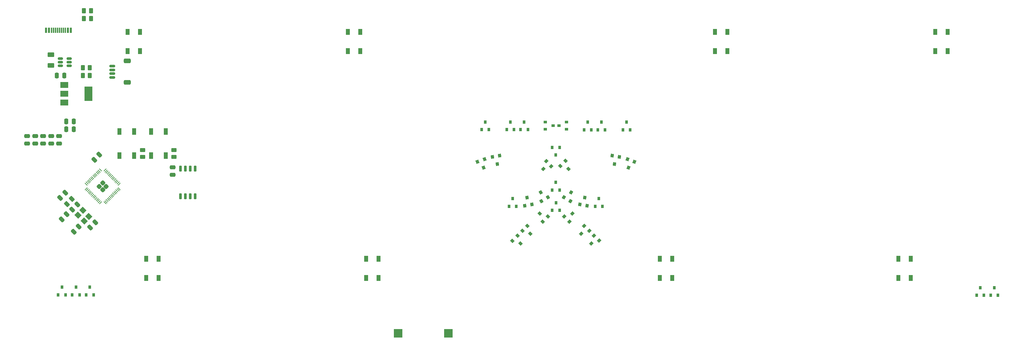
<source format=gbr>
G04 #@! TF.GenerationSoftware,KiCad,Pcbnew,(6.0.7)*
G04 #@! TF.CreationDate,2022-09-06T15:46:34+02:00*
G04 #@! TF.ProjectId,plain60-flex-edition,706c6169-6e36-4302-9d66-6c65782d6564,rev?*
G04 #@! TF.SameCoordinates,Original*
G04 #@! TF.FileFunction,Paste,Bot*
G04 #@! TF.FilePolarity,Positive*
%FSLAX46Y46*%
G04 Gerber Fmt 4.6, Leading zero omitted, Abs format (unit mm)*
G04 Created by KiCad (PCBNEW (6.0.7)) date 2022-09-06 15:46:34*
%MOMM*%
%LPD*%
G01*
G04 APERTURE LIST*
G04 Aperture macros list*
%AMRoundRect*
0 Rectangle with rounded corners*
0 $1 Rounding radius*
0 $2 $3 $4 $5 $6 $7 $8 $9 X,Y pos of 4 corners*
0 Add a 4 corners polygon primitive as box body*
4,1,4,$2,$3,$4,$5,$6,$7,$8,$9,$2,$3,0*
0 Add four circle primitives for the rounded corners*
1,1,$1+$1,$2,$3*
1,1,$1+$1,$4,$5*
1,1,$1+$1,$6,$7*
1,1,$1+$1,$8,$9*
0 Add four rect primitives between the rounded corners*
20,1,$1+$1,$2,$3,$4,$5,0*
20,1,$1+$1,$4,$5,$6,$7,0*
20,1,$1+$1,$6,$7,$8,$9,0*
20,1,$1+$1,$8,$9,$2,$3,0*%
%AMRotRect*
0 Rectangle, with rotation*
0 The origin of the aperture is its center*
0 $1 length*
0 $2 width*
0 $3 Rotation angle, in degrees counterclockwise*
0 Add horizontal line*
21,1,$1,$2,0,0,$3*%
G04 Aperture macros list end*
%ADD10R,0.800000X0.900000*%
%ADD11RoundRect,0.250000X-0.262500X-0.450000X0.262500X-0.450000X0.262500X0.450000X-0.262500X0.450000X0*%
%ADD12R,1.000000X1.700000*%
%ADD13RoundRect,0.250000X-0.159099X0.512652X-0.512652X0.159099X0.159099X-0.512652X0.512652X-0.159099X0*%
%ADD14RotRect,0.900000X0.800000X120.000000*%
%ADD15RotRect,0.900000X0.800000X250.000000*%
%ADD16RoundRect,0.250000X0.250000X0.475000X-0.250000X0.475000X-0.250000X-0.475000X0.250000X-0.475000X0*%
%ADD17RotRect,0.900000X0.800000X225.000000*%
%ADD18R,1.000000X1.600000*%
%ADD19RoundRect,0.250000X0.159099X-0.512652X0.512652X-0.159099X-0.159099X0.512652X-0.512652X0.159099X0*%
%ADD20RotRect,0.900000X0.800000X60.000000*%
%ADD21RoundRect,0.250000X-0.450000X0.262500X-0.450000X-0.262500X0.450000X-0.262500X0.450000X0.262500X0*%
%ADD22RotRect,0.900000X0.800000X280.000000*%
%ADD23RotRect,0.900000X0.800000X315.000000*%
%ADD24RoundRect,0.250000X0.450000X-0.262500X0.450000X0.262500X-0.450000X0.262500X-0.450000X-0.262500X0*%
%ADD25R,0.900000X0.800000*%
%ADD26RotRect,0.900000X0.800000X45.000000*%
%ADD27RotRect,0.900000X0.800000X260.000000*%
%ADD28RotRect,1.400000X1.200000X315.000000*%
%ADD29RotRect,0.900000X0.800000X290.000000*%
%ADD30RoundRect,0.150000X-0.150000X0.650000X-0.150000X-0.650000X0.150000X-0.650000X0.150000X0.650000X0*%
%ADD31RoundRect,0.150000X-0.625000X0.150000X-0.625000X-0.150000X0.625000X-0.150000X0.625000X0.150000X0*%
%ADD32RoundRect,0.250000X-0.650000X0.350000X-0.650000X-0.350000X0.650000X-0.350000X0.650000X0.350000X0*%
%ADD33RoundRect,0.250000X0.475000X-0.250000X0.475000X0.250000X-0.475000X0.250000X-0.475000X-0.250000X0*%
%ADD34R,2.000000X1.500000*%
%ADD35R,2.000000X3.800000*%
%ADD36RoundRect,0.250000X-0.625000X0.375000X-0.625000X-0.375000X0.625000X-0.375000X0.625000X0.375000X0*%
%ADD37RoundRect,0.250000X0.413257X0.000000X0.000000X0.413257X-0.413257X0.000000X0.000000X-0.413257X0*%
%ADD38RoundRect,0.050000X0.309359X-0.238649X-0.238649X0.309359X-0.309359X0.238649X0.238649X-0.309359X0*%
%ADD39RoundRect,0.050000X0.309359X0.238649X0.238649X0.309359X-0.309359X-0.238649X-0.238649X-0.309359X0*%
%ADD40RoundRect,0.150000X0.512500X0.150000X-0.512500X0.150000X-0.512500X-0.150000X0.512500X-0.150000X0*%
%ADD41RotRect,0.900000X0.800000X100.000000*%
%ADD42RoundRect,0.250000X-0.132583X0.503814X-0.503814X0.132583X0.132583X-0.503814X0.503814X-0.132583X0*%
%ADD43R,0.600000X1.450000*%
%ADD44R,0.300000X1.450000*%
%ADD45RotRect,0.900000X0.800000X135.000000*%
%ADD46RotRect,0.900000X0.800000X80.000000*%
%ADD47R,2.300000X2.300000*%
G04 APERTURE END LIST*
D10*
X258700000Y-76010000D03*
X256800000Y-76010000D03*
X257750000Y-74010000D03*
D11*
X25176787Y-2000061D03*
X27001787Y-2000061D03*
D12*
X34390000Y-39680000D03*
X34390000Y-33380000D03*
X38190000Y-33380000D03*
X38190000Y-39680000D03*
D13*
X23501751Y-52378249D03*
X22158249Y-53721751D03*
D10*
X146690000Y-37530000D03*
X148590000Y-37530000D03*
X147640000Y-39530000D03*
D14*
X145562724Y-50531025D03*
X143917276Y-51481025D03*
X143740000Y-49273975D03*
D15*
X166259312Y-40585388D03*
X168044728Y-41235227D03*
X166467980Y-42789693D03*
D16*
X22540000Y-30750000D03*
X20640000Y-30750000D03*
D10*
X137380000Y-52860000D03*
X135480000Y-52860000D03*
X136430000Y-50860000D03*
D17*
X157540355Y-60455892D03*
X158883858Y-61799395D03*
X156797893Y-62541857D03*
D18*
X239740000Y-71520061D03*
X236540000Y-71520061D03*
X236540000Y-66520061D03*
X239740000Y-66520061D03*
D12*
X42610000Y-39700000D03*
X42610000Y-33400000D03*
X46410000Y-39700000D03*
X46410000Y-33400000D03*
D10*
X159730000Y-52860000D03*
X157830000Y-52860000D03*
X158780000Y-50860000D03*
D19*
X26778249Y-58341751D03*
X28121751Y-56998249D03*
D10*
X262370000Y-76010000D03*
X260470000Y-76010000D03*
X261420000Y-74010000D03*
D19*
X22518249Y-59441751D03*
X23861751Y-58098249D03*
D20*
X151392724Y-51481025D03*
X149747276Y-50531025D03*
X151570000Y-49273975D03*
D16*
X20070000Y-18800000D03*
X18170000Y-18800000D03*
D10*
X166915000Y-32934750D03*
X165015000Y-32934750D03*
X165965000Y-30934750D03*
D21*
X48580000Y-38217500D03*
X48580000Y-40042500D03*
D18*
X36500000Y-7500000D03*
X39700000Y-7500000D03*
X39700000Y-12500000D03*
X36500000Y-12500000D03*
D22*
X131180784Y-40030158D03*
X133051919Y-39700226D03*
X132463648Y-41834808D03*
D23*
X138931142Y-59254645D03*
X140274645Y-57911142D03*
X141017107Y-59997107D03*
D11*
X24906787Y-16770061D03*
X26731787Y-16770061D03*
D24*
X40420000Y-40032500D03*
X40420000Y-38207500D03*
D13*
X20361751Y-49288249D03*
X19018249Y-50631751D03*
D18*
X177809287Y-71520061D03*
X174609287Y-71520061D03*
X174609287Y-66520061D03*
X177809287Y-66520061D03*
D25*
X150425000Y-30924750D03*
X150425000Y-32824750D03*
X148425000Y-31874750D03*
D23*
X136386142Y-61809395D03*
X137729645Y-60465892D03*
X138472107Y-62551857D03*
D11*
X25196787Y-4060061D03*
X27021787Y-4060061D03*
D26*
X151144645Y-56818858D03*
X149801142Y-55475355D03*
X151887107Y-54732893D03*
D10*
X160415000Y-32934750D03*
X158515000Y-32934750D03*
X159465000Y-30934750D03*
D27*
X162228081Y-39700226D03*
X164099216Y-40030158D03*
X162816352Y-41834808D03*
D11*
X24916787Y-18800061D03*
X26741787Y-18800061D03*
D10*
X27680000Y-75890000D03*
X25780000Y-75890000D03*
X26730000Y-73890000D03*
D28*
X24893223Y-53921142D03*
X26448858Y-55476777D03*
X25246777Y-56678858D03*
X23691142Y-55123223D03*
D29*
X127325272Y-41235227D03*
X129110688Y-40585388D03*
X128902020Y-42789693D03*
D18*
X44570000Y-71520000D03*
X41370000Y-71520000D03*
X41370000Y-66520000D03*
X44570000Y-66520000D03*
D30*
X50265000Y-43050000D03*
X51535000Y-43050000D03*
X52805000Y-43050000D03*
X54075000Y-43050000D03*
X54075000Y-50250000D03*
X52805000Y-50250000D03*
X51535000Y-50250000D03*
X50265000Y-50250000D03*
D10*
X20420000Y-75900000D03*
X18520000Y-75900000D03*
X19470000Y-73900000D03*
D18*
X101620000Y-71520061D03*
X98420000Y-71520061D03*
X98420000Y-66520061D03*
X101620000Y-66520061D03*
D16*
X22540000Y-32780000D03*
X20640000Y-32780000D03*
D18*
X188900000Y-7500000D03*
X192100000Y-7500000D03*
X192100000Y-12500000D03*
X188900000Y-12500000D03*
D31*
X32585000Y-16354750D03*
X32585000Y-17354750D03*
X32585000Y-18354750D03*
X32585000Y-19354750D03*
D32*
X36460000Y-15054750D03*
X36460000Y-20654750D03*
D33*
X10470000Y-36490000D03*
X10470000Y-34590000D03*
X48240000Y-44640000D03*
X48240000Y-42740000D03*
X12540000Y-36490000D03*
X12540000Y-34590000D03*
D10*
X148600000Y-53910000D03*
X146700000Y-53910000D03*
X147650000Y-51910000D03*
D33*
X18780000Y-36490000D03*
X18780000Y-34590000D03*
X16700000Y-36500000D03*
X16700000Y-34600000D03*
D34*
X20070000Y-25850000D03*
X20070000Y-23550000D03*
D35*
X26370000Y-23550000D03*
D34*
X20070000Y-21250000D03*
D36*
X16589287Y-13390061D03*
X16589287Y-16190061D03*
D18*
X246050000Y-7510000D03*
X249250000Y-7510000D03*
X249250000Y-12510000D03*
X246050000Y-12510000D03*
D37*
X30050000Y-48581561D03*
X29148439Y-47680000D03*
X30951561Y-47680000D03*
X30050000Y-46778439D03*
D38*
X34319157Y-48272202D03*
X34036314Y-48555045D03*
X33753472Y-48837887D03*
X33470629Y-49120730D03*
X33187786Y-49403573D03*
X32904944Y-49686415D03*
X32622101Y-49969258D03*
X32339258Y-50252101D03*
X32056415Y-50534944D03*
X31773573Y-50817786D03*
X31490730Y-51100629D03*
X31207887Y-51383472D03*
X30925045Y-51666314D03*
X30642202Y-51949157D03*
D39*
X29457798Y-51949157D03*
X29174955Y-51666314D03*
X28892113Y-51383472D03*
X28609270Y-51100629D03*
X28326427Y-50817786D03*
X28043585Y-50534944D03*
X27760742Y-50252101D03*
X27477899Y-49969258D03*
X27195056Y-49686415D03*
X26912214Y-49403573D03*
X26629371Y-49120730D03*
X26346528Y-48837887D03*
X26063686Y-48555045D03*
X25780843Y-48272202D03*
D38*
X25780843Y-47087798D03*
X26063686Y-46804955D03*
X26346528Y-46522113D03*
X26629371Y-46239270D03*
X26912214Y-45956427D03*
X27195056Y-45673585D03*
X27477899Y-45390742D03*
X27760742Y-45107899D03*
X28043585Y-44825056D03*
X28326427Y-44542214D03*
X28609270Y-44259371D03*
X28892113Y-43976528D03*
X29174955Y-43693686D03*
X29457798Y-43410843D03*
D39*
X30642202Y-43410843D03*
X30925045Y-43693686D03*
X31207887Y-43976528D03*
X31490730Y-44259371D03*
X31773573Y-44542214D03*
X32056415Y-44825056D03*
X32339258Y-45107899D03*
X32622101Y-45390742D03*
X32904944Y-45673585D03*
X33187786Y-45956427D03*
X33470629Y-46239270D03*
X33753472Y-46522113D03*
X34036314Y-46804955D03*
X34319157Y-47087798D03*
D40*
X21386787Y-14400061D03*
X21386787Y-15350061D03*
X21386787Y-16300061D03*
X19111787Y-16300061D03*
X19111787Y-15350061D03*
X19111787Y-14400061D03*
D10*
X24060000Y-75900000D03*
X22160000Y-75900000D03*
X23110000Y-73900000D03*
X148580000Y-48620000D03*
X146680000Y-48620000D03*
X147630000Y-46620000D03*
D17*
X154975355Y-57911142D03*
X156318858Y-59254645D03*
X154232893Y-59997107D03*
D41*
X141429216Y-52359842D03*
X139558081Y-52689774D03*
X140146352Y-50555192D03*
D42*
X22035235Y-50954765D03*
X20744765Y-52245235D03*
D43*
X15329287Y-7085061D03*
X16129287Y-7085061D03*
D44*
X17329287Y-7085061D03*
X18329287Y-7085061D03*
X18829287Y-7085061D03*
X19829287Y-7085061D03*
D43*
X21029287Y-7085061D03*
X21829287Y-7085061D03*
X21829287Y-7085061D03*
X21029287Y-7085061D03*
D44*
X20329287Y-7085061D03*
X19329287Y-7085061D03*
X17829287Y-7085061D03*
X16829287Y-7085061D03*
D43*
X16129287Y-7085061D03*
X15329287Y-7085061D03*
D23*
X148831142Y-42404645D03*
X150174645Y-41061142D03*
X150917107Y-43147107D03*
D18*
X93650000Y-7500000D03*
X96850000Y-7500000D03*
X96850000Y-12500000D03*
X93650000Y-12500000D03*
D45*
X145558858Y-55475355D03*
X144215355Y-56818858D03*
X143472893Y-54732893D03*
D17*
X145115355Y-41091142D03*
X146458858Y-42434645D03*
X144372893Y-43177107D03*
D46*
X155701919Y-52689774D03*
X153830784Y-52359842D03*
X155113648Y-50555192D03*
D10*
X130275000Y-32930000D03*
X128375000Y-32930000D03*
X129325000Y-30930000D03*
D25*
X144905000Y-32824750D03*
X144905000Y-30924750D03*
X146905000Y-31874750D03*
D19*
X19388249Y-56251751D03*
X20731751Y-54908249D03*
X27848249Y-40751751D03*
X29191751Y-39408249D03*
D10*
X156835000Y-32934750D03*
X154935000Y-32934750D03*
X155885000Y-30934750D03*
D47*
X106730000Y-85900000D03*
X119730000Y-85900000D03*
D33*
X14610000Y-36490000D03*
X14610000Y-34590000D03*
D10*
X136795000Y-32924750D03*
X134895000Y-32924750D03*
X135845000Y-30924750D03*
X140385000Y-32924750D03*
X138485000Y-32924750D03*
X139435000Y-30924750D03*
M02*

</source>
